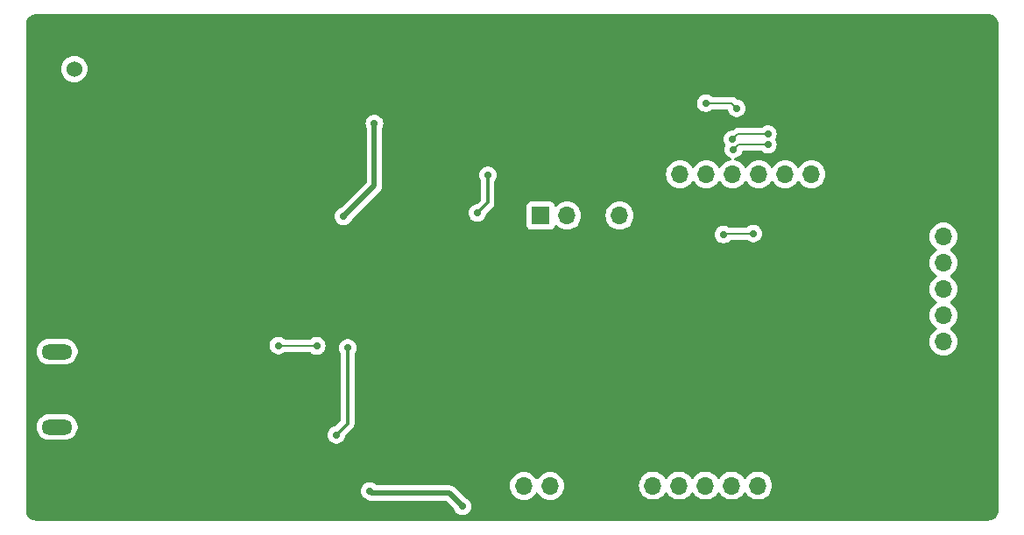
<source format=gbr>
%TF.GenerationSoftware,KiCad,Pcbnew,8.0.7*%
%TF.CreationDate,2025-02-09T15:31:53-05:00*%
%TF.ProjectId,ATTiny_416_Sensor_Board,41545469-6e79-45f3-9431-365f53656e73,rev?*%
%TF.SameCoordinates,Original*%
%TF.FileFunction,Copper,L2,Bot*%
%TF.FilePolarity,Positive*%
%FSLAX46Y46*%
G04 Gerber Fmt 4.6, Leading zero omitted, Abs format (unit mm)*
G04 Created by KiCad (PCBNEW 8.0.7) date 2025-02-09 15:31:53*
%MOMM*%
%LPD*%
G01*
G04 APERTURE LIST*
%TA.AperFunction,ComponentPad*%
%ADD10O,2.980000X1.490000*%
%TD*%
%TA.AperFunction,ComponentPad*%
%ADD11R,1.700000X1.700000*%
%TD*%
%TA.AperFunction,ComponentPad*%
%ADD12O,1.700000X1.700000*%
%TD*%
%TA.AperFunction,ComponentPad*%
%ADD13R,1.524000X1.524000*%
%TD*%
%TA.AperFunction,ComponentPad*%
%ADD14C,1.524000*%
%TD*%
%TA.AperFunction,ViaPad*%
%ADD15C,0.700000*%
%TD*%
%TA.AperFunction,Conductor*%
%ADD16C,0.500000*%
%TD*%
%TA.AperFunction,Conductor*%
%ADD17C,0.300000*%
%TD*%
%TA.AperFunction,Conductor*%
%ADD18C,0.200000*%
%TD*%
G04 APERTURE END LIST*
D10*
%TO.P,J2,SH3,SHIELD__2*%
%TO.N,unconnected-(J2-SHIELD__2-PadSH3)*%
X114042500Y-103624500D03*
%TO.P,J2,SH4,SHIELD__3*%
%TO.N,unconnected-(J2-SHIELD__3-PadSH4)*%
X114042500Y-110924500D03*
%TD*%
D11*
%TO.P,J5,1,Pin_1*%
%TO.N,GND*%
X164250000Y-116599500D03*
D12*
%TO.P,J5,2,Pin_2*%
%TO.N,ATTiny416_UART_RX*%
X161710000Y-116599500D03*
%TO.P,J5,3,Pin_3*%
%TO.N,ATTiny416_UART_TX*%
X159170000Y-116599500D03*
%TD*%
D11*
%TO.P,J3,1,Pin_1*%
%TO.N,GND*%
X171725000Y-86474500D03*
D12*
%TO.P,J3,2,Pin_2*%
%TO.N,ATTiny416_SPI_SS*%
X174265000Y-86474500D03*
%TO.P,J3,3,Pin_3*%
%TO.N,ATTiny416_SPI_CLK*%
X176805000Y-86474500D03*
%TO.P,J3,4,Pin_4*%
%TO.N,ATTiny416_SPI_MOSI*%
X179345000Y-86474500D03*
%TO.P,J3,5,Pin_5*%
%TO.N,ATTiny416_SPI_MISO*%
X181885000Y-86474500D03*
%TO.P,J3,6,Pin_6*%
%TO.N,Net-(J3-Pin_6)*%
X184425000Y-86474500D03*
%TO.P,J3,7,Pin_7*%
%TO.N,Net-(J3-Pin_7)*%
X186965000Y-86474500D03*
%TD*%
D11*
%TO.P,J1,1,Pin_1*%
%TO.N,unconnected-(J1-Pin_1-Pad1)*%
X160805000Y-90474500D03*
D12*
%TO.P,J1,2,Pin_2*%
%TO.N,+3.3V*%
X163345000Y-90474500D03*
%TO.P,J1,3,Pin_3*%
%TO.N,GND*%
X165885000Y-90474500D03*
%TO.P,J1,4,Pin_4*%
%TO.N,/ATTiny416/UPDI*%
X168425000Y-90474500D03*
%TD*%
D13*
%TO.P,J4,1,Pin_1*%
%TO.N,GND*%
X115725000Y-81374500D03*
D14*
%TO.P,J4,2,Pin_2*%
%TO.N,+30V*%
X115725000Y-76294500D03*
%TD*%
D11*
%TO.P,J6,1,Pin_1*%
%TO.N,GND*%
X199725000Y-105194500D03*
D12*
%TO.P,J6,2,Pin_2*%
%TO.N,ATTiny416_PB5*%
X199725000Y-102654500D03*
%TO.P,J6,3,Pin_3*%
%TO.N,ATTiny416_PB4*%
X199725000Y-100114500D03*
%TO.P,J6,4,Pin_4*%
%TO.N,ATTiny416_PB1*%
X199725000Y-97574500D03*
%TO.P,J6,5,Pin_5*%
%TO.N,ATTiny416_PB0*%
X199725000Y-95034500D03*
%TO.P,J6,6,Pin_6*%
%TO.N,+3.3V*%
X199725000Y-92494500D03*
%TD*%
D11*
%TO.P,J7,1,Pin_1*%
%TO.N,GND*%
X184345000Y-116574500D03*
D12*
%TO.P,J7,2,Pin_2*%
%TO.N,ATTiny416_PA7*%
X181805000Y-116574500D03*
%TO.P,J7,3,Pin_3*%
%TO.N,ATTiny416_PA6*%
X179265000Y-116574500D03*
%TO.P,J7,4,Pin_4*%
%TO.N,ATTiny416_PA5*%
X176725000Y-116574500D03*
%TO.P,J7,5,Pin_5*%
%TO.N,ATTiny416_PA4*%
X174185000Y-116574500D03*
%TO.P,J7,6,Pin_6*%
%TO.N,+3.3V*%
X171645000Y-116574500D03*
%TD*%
D15*
%TO.N,+3.3V*%
X153250000Y-118599500D03*
X144250000Y-117099500D03*
%TO.N,GND*%
X192025000Y-97474500D03*
X181225000Y-75674500D03*
X129142500Y-101374500D03*
X191575000Y-100324500D03*
X192025000Y-98874500D03*
X158725000Y-78224500D03*
X183725000Y-99874500D03*
X178000000Y-97299500D03*
X120642500Y-109674500D03*
X182725000Y-95674500D03*
X188325000Y-100474500D03*
X124542500Y-103674500D03*
X124342500Y-110174500D03*
X161725000Y-78224500D03*
X156225000Y-97564500D03*
X160225000Y-78224500D03*
X191125000Y-94974500D03*
X189925000Y-100474500D03*
X182025000Y-99874500D03*
X186725000Y-95274500D03*
X163225000Y-78224500D03*
X150225000Y-97564500D03*
X157225000Y-78224500D03*
X192025000Y-96074500D03*
X136375000Y-107854500D03*
X155725000Y-78224500D03*
X186875000Y-100324500D03*
X158975000Y-75724500D03*
X167050000Y-82699500D03*
X189525000Y-94974500D03*
X184025000Y-95574500D03*
X141242500Y-101774500D03*
X155725000Y-76974500D03*
X180750000Y-81099500D03*
X181230000Y-98724500D03*
X185325000Y-99874500D03*
X188125000Y-94974500D03*
X133942500Y-98474500D03*
X185425000Y-95574500D03*
X134742500Y-105574500D03*
X159975000Y-75724500D03*
X120642500Y-108874500D03*
X119842500Y-109674500D03*
X160975000Y-76974500D03*
X182125000Y-96274500D03*
%TO.N,+5V_USB*%
X141749750Y-90549750D03*
X144725000Y-81574500D03*
%TO.N,FT230_3V3OUT*%
X141042500Y-111674500D03*
X142142500Y-103274500D03*
%TO.N,/USB to UART Conversion/RX_LED*%
X135435460Y-103031836D03*
X139142500Y-103074500D03*
%TO.N,ATTiny416_SPI_MOSI*%
X182750000Y-83599500D03*
X179425000Y-84074500D03*
%TO.N,ATTiny416_SPI_CLK*%
X181350000Y-92199500D03*
X179325000Y-83099500D03*
X182750000Y-82599500D03*
X178450000Y-92299500D03*
%TO.N,Net-(J3-Pin_6)*%
X176750000Y-79599500D03*
X179750000Y-80099500D03*
%TO.N,/Power/IDEAL_CATHODE*%
X154675000Y-90225000D03*
X155675000Y-86574500D03*
%TO.N,GND*%
X118242500Y-109674500D03*
X119042500Y-109674500D03*
%TD*%
D16*
%TO.N,+5V_USB*%
X141749750Y-90549750D02*
X144725000Y-87574500D01*
X144725000Y-87574500D02*
X144725000Y-81574500D01*
%TO.N,+3.3V*%
X153250000Y-118599500D02*
X151950000Y-117299500D01*
X151950000Y-117299500D02*
X144450000Y-117299500D01*
X144450000Y-117299500D02*
X144250000Y-117099500D01*
D17*
%TO.N,FT230_3V3OUT*%
X142142500Y-110574500D02*
X141042500Y-111674500D01*
X142142500Y-103274500D02*
X142142500Y-110574500D01*
D18*
%TO.N,/USB to UART Conversion/RX_LED*%
X135478124Y-103074500D02*
X135435460Y-103031836D01*
X139142500Y-103074500D02*
X135478124Y-103074500D01*
%TO.N,ATTiny416_SPI_MOSI*%
X179900000Y-83599500D02*
X179425000Y-84074500D01*
X182750000Y-83599500D02*
X179900000Y-83599500D01*
%TO.N,ATTiny416_SPI_CLK*%
X178550000Y-92199500D02*
X181350000Y-92199500D01*
X178450000Y-92299500D02*
X178550000Y-92199500D01*
X179325000Y-83099500D02*
X179825000Y-82599500D01*
X179825000Y-82599500D02*
X182750000Y-82599500D01*
%TO.N,Net-(J3-Pin_6)*%
X179250000Y-79599500D02*
X179750000Y-80099500D01*
X176750000Y-79599500D02*
X179250000Y-79599500D01*
D17*
%TO.N,/Power/IDEAL_CATHODE*%
X155675000Y-89225000D02*
X154675000Y-90225000D01*
X155675000Y-86574500D02*
X155675000Y-89225000D01*
%TD*%
%TA.AperFunction,Conductor*%
%TO.N,GND*%
G36*
X204047894Y-70975472D02*
G01*
X204078221Y-70978125D01*
X204205255Y-70989239D01*
X204226535Y-70992991D01*
X204343688Y-71024382D01*
X204373869Y-71032469D01*
X204394181Y-71039862D01*
X204532415Y-71104322D01*
X204551133Y-71115129D01*
X204676082Y-71202619D01*
X204692640Y-71216513D01*
X204800486Y-71324359D01*
X204814380Y-71340917D01*
X204901870Y-71465866D01*
X204912677Y-71484584D01*
X204977137Y-71622818D01*
X204984530Y-71643130D01*
X205024007Y-71790461D01*
X205027760Y-71811746D01*
X205041528Y-71969105D01*
X205042000Y-71979913D01*
X205042000Y-118969086D01*
X205041528Y-118979894D01*
X205027760Y-119137253D01*
X205024007Y-119158538D01*
X204984530Y-119305869D01*
X204977137Y-119326181D01*
X204912677Y-119464415D01*
X204901870Y-119483133D01*
X204814380Y-119608082D01*
X204800486Y-119624640D01*
X204692640Y-119732486D01*
X204676082Y-119746380D01*
X204551133Y-119833870D01*
X204532415Y-119844677D01*
X204394181Y-119909137D01*
X204373869Y-119916530D01*
X204226538Y-119956007D01*
X204205253Y-119959760D01*
X204047895Y-119973528D01*
X204037087Y-119974000D01*
X112047913Y-119974000D01*
X112037105Y-119973528D01*
X111879746Y-119959760D01*
X111858461Y-119956007D01*
X111711130Y-119916530D01*
X111690818Y-119909137D01*
X111552584Y-119844677D01*
X111533866Y-119833870D01*
X111408917Y-119746380D01*
X111392359Y-119732486D01*
X111284513Y-119624640D01*
X111270619Y-119608082D01*
X111183129Y-119483133D01*
X111172322Y-119464415D01*
X111107862Y-119326181D01*
X111100469Y-119305869D01*
X111081486Y-119235023D01*
X111060991Y-119158535D01*
X111057239Y-119137252D01*
X111054169Y-119102165D01*
X111043472Y-118979893D01*
X111043000Y-118969086D01*
X111043000Y-117099500D01*
X143394815Y-117099500D01*
X143413503Y-117277305D01*
X143413504Y-117277307D01*
X143468747Y-117447329D01*
X143468750Y-117447335D01*
X143558141Y-117602165D01*
X143590401Y-117637993D01*
X143677764Y-117735021D01*
X143677767Y-117735023D01*
X143677770Y-117735026D01*
X143822407Y-117840112D01*
X143985733Y-117912829D01*
X144008357Y-117917637D01*
X144051463Y-117935824D01*
X144094505Y-117964584D01*
X144094506Y-117964584D01*
X144094507Y-117964585D01*
X144148148Y-117986804D01*
X144148149Y-117986804D01*
X144231088Y-118021159D01*
X144347241Y-118044263D01*
X144366468Y-118048087D01*
X144376081Y-118050000D01*
X144376082Y-118050000D01*
X144376083Y-118050000D01*
X144523918Y-118050000D01*
X151587770Y-118050000D01*
X151654809Y-118069685D01*
X151675451Y-118086319D01*
X152415105Y-118825973D01*
X152445355Y-118875335D01*
X152468748Y-118947331D01*
X152468750Y-118947335D01*
X152558141Y-119102165D01*
X152599466Y-119148061D01*
X152677764Y-119235021D01*
X152677767Y-119235023D01*
X152677770Y-119235026D01*
X152822407Y-119340112D01*
X152985733Y-119412829D01*
X153160609Y-119450000D01*
X153160610Y-119450000D01*
X153339389Y-119450000D01*
X153339391Y-119450000D01*
X153514267Y-119412829D01*
X153677593Y-119340112D01*
X153822230Y-119235026D01*
X153941859Y-119102165D01*
X154031250Y-118947335D01*
X154086497Y-118777303D01*
X154105185Y-118599500D01*
X154086497Y-118421697D01*
X154031250Y-118251665D01*
X153941859Y-118096835D01*
X153873719Y-118021158D01*
X153822235Y-117963978D01*
X153822232Y-117963976D01*
X153822231Y-117963975D01*
X153822230Y-117963974D01*
X153677593Y-117858888D01*
X153514267Y-117786171D01*
X153514265Y-117786170D01*
X153508330Y-117783528D01*
X153509106Y-117781784D01*
X153469175Y-117757308D01*
X152953584Y-117241717D01*
X152428416Y-116716548D01*
X152428415Y-116716547D01*
X152428413Y-116716545D01*
X152382099Y-116685601D01*
X152351222Y-116664970D01*
X152305495Y-116634416D01*
X152305494Y-116634415D01*
X152305492Y-116634414D01*
X152305490Y-116634413D01*
X152221200Y-116599499D01*
X157814341Y-116599499D01*
X157814341Y-116599500D01*
X157834936Y-116834903D01*
X157834938Y-116834913D01*
X157896094Y-117063155D01*
X157896096Y-117063159D01*
X157896097Y-117063163D01*
X157979358Y-117241717D01*
X157995965Y-117277330D01*
X157995967Y-117277334D01*
X158104281Y-117432021D01*
X158131505Y-117470901D01*
X158298599Y-117637995D01*
X158395384Y-117705765D01*
X158492165Y-117773532D01*
X158492167Y-117773533D01*
X158492170Y-117773535D01*
X158706337Y-117873403D01*
X158934592Y-117934563D01*
X159122918Y-117951039D01*
X159169999Y-117955159D01*
X159170000Y-117955159D01*
X159170001Y-117955159D01*
X159209234Y-117951726D01*
X159405408Y-117934563D01*
X159633663Y-117873403D01*
X159847830Y-117773535D01*
X160041401Y-117637995D01*
X160208495Y-117470901D01*
X160338425Y-117285342D01*
X160393002Y-117241717D01*
X160462500Y-117234523D01*
X160524855Y-117266046D01*
X160541575Y-117285342D01*
X160671500Y-117470895D01*
X160671505Y-117470901D01*
X160838599Y-117637995D01*
X160935384Y-117705765D01*
X161032165Y-117773532D01*
X161032167Y-117773533D01*
X161032170Y-117773535D01*
X161246337Y-117873403D01*
X161474592Y-117934563D01*
X161662918Y-117951039D01*
X161709999Y-117955159D01*
X161710000Y-117955159D01*
X161710001Y-117955159D01*
X161749234Y-117951726D01*
X161945408Y-117934563D01*
X162173663Y-117873403D01*
X162387830Y-117773535D01*
X162581401Y-117637995D01*
X162748495Y-117470901D01*
X162884035Y-117277330D01*
X162983903Y-117063163D01*
X163045063Y-116834908D01*
X163065659Y-116599500D01*
X163063472Y-116574499D01*
X170289341Y-116574499D01*
X170289341Y-116574500D01*
X170309936Y-116809903D01*
X170309938Y-116809913D01*
X170371094Y-117038155D01*
X170371096Y-117038159D01*
X170371097Y-117038163D01*
X170399699Y-117099500D01*
X170470965Y-117252330D01*
X170470967Y-117252334D01*
X170494080Y-117285342D01*
X170606505Y-117445901D01*
X170773599Y-117612995D01*
X170809300Y-117637993D01*
X170967165Y-117748532D01*
X170967167Y-117748533D01*
X170967170Y-117748535D01*
X171181337Y-117848403D01*
X171409592Y-117909563D01*
X171597918Y-117926039D01*
X171644999Y-117930159D01*
X171645000Y-117930159D01*
X171645001Y-117930159D01*
X171684234Y-117926726D01*
X171880408Y-117909563D01*
X172108663Y-117848403D01*
X172322830Y-117748535D01*
X172516401Y-117612995D01*
X172683495Y-117445901D01*
X172813425Y-117260342D01*
X172868002Y-117216717D01*
X172937500Y-117209523D01*
X172999855Y-117241046D01*
X173016575Y-117260342D01*
X173146500Y-117445895D01*
X173146505Y-117445901D01*
X173313599Y-117612995D01*
X173349300Y-117637993D01*
X173507165Y-117748532D01*
X173507167Y-117748533D01*
X173507170Y-117748535D01*
X173721337Y-117848403D01*
X173949592Y-117909563D01*
X174137918Y-117926039D01*
X174184999Y-117930159D01*
X174185000Y-117930159D01*
X174185001Y-117930159D01*
X174224234Y-117926726D01*
X174420408Y-117909563D01*
X174648663Y-117848403D01*
X174862830Y-117748535D01*
X175056401Y-117612995D01*
X175223495Y-117445901D01*
X175353425Y-117260342D01*
X175408002Y-117216717D01*
X175477500Y-117209523D01*
X175539855Y-117241046D01*
X175556575Y-117260342D01*
X175686500Y-117445895D01*
X175686505Y-117445901D01*
X175853599Y-117612995D01*
X175889300Y-117637993D01*
X176047165Y-117748532D01*
X176047167Y-117748533D01*
X176047170Y-117748535D01*
X176261337Y-117848403D01*
X176489592Y-117909563D01*
X176677918Y-117926039D01*
X176724999Y-117930159D01*
X176725000Y-117930159D01*
X176725001Y-117930159D01*
X176764234Y-117926726D01*
X176960408Y-117909563D01*
X177188663Y-117848403D01*
X177402830Y-117748535D01*
X177596401Y-117612995D01*
X177763495Y-117445901D01*
X177893425Y-117260342D01*
X177948002Y-117216717D01*
X178017500Y-117209523D01*
X178079855Y-117241046D01*
X178096575Y-117260342D01*
X178226500Y-117445895D01*
X178226505Y-117445901D01*
X178393599Y-117612995D01*
X178429300Y-117637993D01*
X178587165Y-117748532D01*
X178587167Y-117748533D01*
X178587170Y-117748535D01*
X178801337Y-117848403D01*
X179029592Y-117909563D01*
X179217918Y-117926039D01*
X179264999Y-117930159D01*
X179265000Y-117930159D01*
X179265001Y-117930159D01*
X179304234Y-117926726D01*
X179500408Y-117909563D01*
X179728663Y-117848403D01*
X179942830Y-117748535D01*
X180136401Y-117612995D01*
X180303495Y-117445901D01*
X180433425Y-117260342D01*
X180488002Y-117216717D01*
X180557500Y-117209523D01*
X180619855Y-117241046D01*
X180636575Y-117260342D01*
X180766500Y-117445895D01*
X180766505Y-117445901D01*
X180933599Y-117612995D01*
X180969300Y-117637993D01*
X181127165Y-117748532D01*
X181127167Y-117748533D01*
X181127170Y-117748535D01*
X181341337Y-117848403D01*
X181569592Y-117909563D01*
X181757918Y-117926039D01*
X181804999Y-117930159D01*
X181805000Y-117930159D01*
X181805001Y-117930159D01*
X181844234Y-117926726D01*
X182040408Y-117909563D01*
X182268663Y-117848403D01*
X182482830Y-117748535D01*
X182676401Y-117612995D01*
X182843495Y-117445901D01*
X182979035Y-117252330D01*
X183078903Y-117038163D01*
X183140063Y-116809908D01*
X183160659Y-116574500D01*
X183140063Y-116339092D01*
X183078903Y-116110837D01*
X182979035Y-115896671D01*
X182973425Y-115888658D01*
X182843494Y-115703097D01*
X182676402Y-115536006D01*
X182676395Y-115536001D01*
X182482834Y-115400467D01*
X182482830Y-115400465D01*
X182482828Y-115400464D01*
X182268663Y-115300597D01*
X182268659Y-115300596D01*
X182268655Y-115300594D01*
X182040413Y-115239438D01*
X182040403Y-115239436D01*
X181805001Y-115218841D01*
X181804999Y-115218841D01*
X181569596Y-115239436D01*
X181569586Y-115239438D01*
X181341344Y-115300594D01*
X181341335Y-115300598D01*
X181127171Y-115400464D01*
X181127169Y-115400465D01*
X180933597Y-115536005D01*
X180766505Y-115703097D01*
X180636575Y-115888658D01*
X180581998Y-115932283D01*
X180512500Y-115939477D01*
X180450145Y-115907954D01*
X180433425Y-115888658D01*
X180303494Y-115703097D01*
X180136402Y-115536006D01*
X180136395Y-115536001D01*
X179942834Y-115400467D01*
X179942830Y-115400465D01*
X179942828Y-115400464D01*
X179728663Y-115300597D01*
X179728659Y-115300596D01*
X179728655Y-115300594D01*
X179500413Y-115239438D01*
X179500403Y-115239436D01*
X179265001Y-115218841D01*
X179264999Y-115218841D01*
X179029596Y-115239436D01*
X179029586Y-115239438D01*
X178801344Y-115300594D01*
X178801335Y-115300598D01*
X178587171Y-115400464D01*
X178587169Y-115400465D01*
X178393597Y-115536005D01*
X178226505Y-115703097D01*
X178096575Y-115888658D01*
X178041998Y-115932283D01*
X177972500Y-115939477D01*
X177910145Y-115907954D01*
X177893425Y-115888658D01*
X177763494Y-115703097D01*
X177596402Y-115536006D01*
X177596395Y-115536001D01*
X177402834Y-115400467D01*
X177402830Y-115400465D01*
X177402828Y-115400464D01*
X177188663Y-115300597D01*
X177188659Y-115300596D01*
X177188655Y-115300594D01*
X176960413Y-115239438D01*
X176960403Y-115239436D01*
X176725001Y-115218841D01*
X176724999Y-115218841D01*
X176489596Y-115239436D01*
X176489586Y-115239438D01*
X176261344Y-115300594D01*
X176261335Y-115300598D01*
X176047171Y-115400464D01*
X176047169Y-115400465D01*
X175853597Y-115536005D01*
X175686505Y-115703097D01*
X175556575Y-115888658D01*
X175501998Y-115932283D01*
X175432500Y-115939477D01*
X175370145Y-115907954D01*
X175353425Y-115888658D01*
X175223494Y-115703097D01*
X175056402Y-115536006D01*
X175056395Y-115536001D01*
X174862834Y-115400467D01*
X174862830Y-115400465D01*
X174862828Y-115400464D01*
X174648663Y-115300597D01*
X174648659Y-115300596D01*
X174648655Y-115300594D01*
X174420413Y-115239438D01*
X174420403Y-115239436D01*
X174185001Y-115218841D01*
X174184999Y-115218841D01*
X173949596Y-115239436D01*
X173949586Y-115239438D01*
X173721344Y-115300594D01*
X173721335Y-115300598D01*
X173507171Y-115400464D01*
X173507169Y-115400465D01*
X173313597Y-115536005D01*
X173146505Y-115703097D01*
X173016575Y-115888658D01*
X172961998Y-115932283D01*
X172892500Y-115939477D01*
X172830145Y-115907954D01*
X172813425Y-115888658D01*
X172683494Y-115703097D01*
X172516402Y-115536006D01*
X172516395Y-115536001D01*
X172322834Y-115400467D01*
X172322830Y-115400465D01*
X172322828Y-115400464D01*
X172108663Y-115300597D01*
X172108659Y-115300596D01*
X172108655Y-115300594D01*
X171880413Y-115239438D01*
X171880403Y-115239436D01*
X171645001Y-115218841D01*
X171644999Y-115218841D01*
X171409596Y-115239436D01*
X171409586Y-115239438D01*
X171181344Y-115300594D01*
X171181335Y-115300598D01*
X170967171Y-115400464D01*
X170967169Y-115400465D01*
X170773597Y-115536005D01*
X170606505Y-115703097D01*
X170470965Y-115896669D01*
X170470964Y-115896671D01*
X170371098Y-116110835D01*
X170371094Y-116110844D01*
X170309938Y-116339086D01*
X170309936Y-116339096D01*
X170289341Y-116574499D01*
X163063472Y-116574499D01*
X163045063Y-116364092D01*
X162983903Y-116135837D01*
X162884035Y-115921671D01*
X162878425Y-115913658D01*
X162748494Y-115728097D01*
X162581402Y-115561006D01*
X162581395Y-115561001D01*
X162387834Y-115425467D01*
X162387830Y-115425465D01*
X162387828Y-115425464D01*
X162173663Y-115325597D01*
X162173659Y-115325596D01*
X162173655Y-115325594D01*
X161945413Y-115264438D01*
X161945403Y-115264436D01*
X161710001Y-115243841D01*
X161709999Y-115243841D01*
X161474596Y-115264436D01*
X161474586Y-115264438D01*
X161246344Y-115325594D01*
X161246335Y-115325598D01*
X161032171Y-115425464D01*
X161032169Y-115425465D01*
X160838597Y-115561005D01*
X160671505Y-115728097D01*
X160541575Y-115913658D01*
X160486998Y-115957283D01*
X160417500Y-115964477D01*
X160355145Y-115932954D01*
X160338425Y-115913658D01*
X160208494Y-115728097D01*
X160041402Y-115561006D01*
X160041395Y-115561001D01*
X159847834Y-115425467D01*
X159847830Y-115425465D01*
X159847828Y-115425464D01*
X159633663Y-115325597D01*
X159633659Y-115325596D01*
X159633655Y-115325594D01*
X159405413Y-115264438D01*
X159405403Y-115264436D01*
X159170001Y-115243841D01*
X159169999Y-115243841D01*
X158934596Y-115264436D01*
X158934586Y-115264438D01*
X158706344Y-115325594D01*
X158706335Y-115325598D01*
X158492171Y-115425464D01*
X158492169Y-115425465D01*
X158298597Y-115561005D01*
X158131505Y-115728097D01*
X157995965Y-115921669D01*
X157995964Y-115921671D01*
X157896098Y-116135835D01*
X157896094Y-116135844D01*
X157834938Y-116364086D01*
X157834936Y-116364096D01*
X157814341Y-116599499D01*
X152221200Y-116599499D01*
X152168917Y-116577843D01*
X152168907Y-116577840D01*
X152023920Y-116549000D01*
X152023918Y-116549000D01*
X144953997Y-116549000D01*
X144886958Y-116529315D01*
X144861847Y-116507972D01*
X144822235Y-116463978D01*
X144822232Y-116463976D01*
X144822231Y-116463975D01*
X144822230Y-116463974D01*
X144677593Y-116358888D01*
X144514267Y-116286171D01*
X144514265Y-116286170D01*
X144386594Y-116259033D01*
X144339391Y-116249000D01*
X144160609Y-116249000D01*
X144129954Y-116255515D01*
X143985733Y-116286170D01*
X143985728Y-116286172D01*
X143822408Y-116358887D01*
X143677768Y-116463975D01*
X143558140Y-116596836D01*
X143468750Y-116751664D01*
X143468747Y-116751670D01*
X143413504Y-116921692D01*
X143413503Y-116921694D01*
X143394815Y-117099500D01*
X111043000Y-117099500D01*
X111043000Y-110826477D01*
X112052000Y-110826477D01*
X112052000Y-111022522D01*
X112082669Y-111216156D01*
X112143248Y-111402603D01*
X112143249Y-111402606D01*
X112232255Y-111577287D01*
X112347480Y-111735882D01*
X112347484Y-111735887D01*
X112486112Y-111874515D01*
X112486117Y-111874519D01*
X112624453Y-111975025D01*
X112644716Y-111989747D01*
X112758904Y-112047928D01*
X112819393Y-112078750D01*
X112819396Y-112078751D01*
X112912619Y-112109040D01*
X113005845Y-112139331D01*
X113199477Y-112170000D01*
X113199478Y-112170000D01*
X114885522Y-112170000D01*
X114885523Y-112170000D01*
X115079155Y-112139331D01*
X115265606Y-112078750D01*
X115440284Y-111989747D01*
X115598889Y-111874514D01*
X115737514Y-111735889D01*
X115782116Y-111674500D01*
X140187315Y-111674500D01*
X140206003Y-111852305D01*
X140206004Y-111852307D01*
X140261247Y-112022329D01*
X140261250Y-112022335D01*
X140350641Y-112177165D01*
X140392312Y-112223446D01*
X140470264Y-112310021D01*
X140470267Y-112310023D01*
X140470270Y-112310026D01*
X140614907Y-112415112D01*
X140778233Y-112487829D01*
X140953109Y-112525000D01*
X140953110Y-112525000D01*
X141131889Y-112525000D01*
X141131891Y-112525000D01*
X141306767Y-112487829D01*
X141470093Y-112415112D01*
X141614730Y-112310026D01*
X141734359Y-112177165D01*
X141823750Y-112022335D01*
X141878997Y-111852303D01*
X141885488Y-111790536D01*
X141912071Y-111725923D01*
X141921119Y-111715826D01*
X142647777Y-110989169D01*
X142718965Y-110882627D01*
X142768001Y-110764244D01*
X142793000Y-110638569D01*
X142793000Y-103870697D01*
X142812685Y-103803658D01*
X142824852Y-103787723D01*
X142834359Y-103777165D01*
X142923750Y-103622335D01*
X142978997Y-103452303D01*
X142997685Y-103274500D01*
X142978997Y-103096697D01*
X142923750Y-102926665D01*
X142834359Y-102771835D01*
X142787503Y-102719796D01*
X142714735Y-102638978D01*
X142714732Y-102638976D01*
X142714731Y-102638975D01*
X142714730Y-102638974D01*
X142570093Y-102533888D01*
X142406767Y-102461171D01*
X142406765Y-102461170D01*
X142274106Y-102432973D01*
X142231891Y-102424000D01*
X142053109Y-102424000D01*
X142022454Y-102430515D01*
X141878233Y-102461170D01*
X141878228Y-102461172D01*
X141714908Y-102533887D01*
X141570268Y-102638975D01*
X141450640Y-102771836D01*
X141361250Y-102926664D01*
X141361247Y-102926670D01*
X141306004Y-103096692D01*
X141306003Y-103096694D01*
X141287315Y-103274500D01*
X141306003Y-103452305D01*
X141306004Y-103452307D01*
X141361247Y-103622329D01*
X141361250Y-103622335D01*
X141450641Y-103777165D01*
X141460148Y-103787723D01*
X141490379Y-103850713D01*
X141492000Y-103870697D01*
X141492000Y-110253692D01*
X141472315Y-110320731D01*
X141455681Y-110341373D01*
X141004409Y-110792644D01*
X140943086Y-110826129D01*
X140942509Y-110826253D01*
X140778233Y-110861170D01*
X140778228Y-110861172D01*
X140614908Y-110933887D01*
X140470268Y-111038975D01*
X140350640Y-111171836D01*
X140261250Y-111326664D01*
X140261247Y-111326670D01*
X140206004Y-111496692D01*
X140206003Y-111496694D01*
X140187315Y-111674500D01*
X115782116Y-111674500D01*
X115852747Y-111577284D01*
X115941750Y-111402606D01*
X116002331Y-111216155D01*
X116033000Y-111022523D01*
X116033000Y-110826477D01*
X116002331Y-110632845D01*
X115941750Y-110446394D01*
X115941750Y-110446393D01*
X115877721Y-110320731D01*
X115852747Y-110271716D01*
X115838025Y-110251453D01*
X115737519Y-110113117D01*
X115737515Y-110113112D01*
X115598887Y-109974484D01*
X115598882Y-109974480D01*
X115440287Y-109859255D01*
X115440286Y-109859254D01*
X115440284Y-109859253D01*
X115384321Y-109830738D01*
X115265606Y-109770249D01*
X115265603Y-109770248D01*
X115079156Y-109709669D01*
X114982339Y-109694334D01*
X114885523Y-109679000D01*
X113199477Y-109679000D01*
X113134933Y-109689223D01*
X113005843Y-109709669D01*
X112819396Y-109770248D01*
X112819393Y-109770249D01*
X112644712Y-109859255D01*
X112486117Y-109974480D01*
X112486112Y-109974484D01*
X112347484Y-110113112D01*
X112347480Y-110113117D01*
X112232255Y-110271712D01*
X112143249Y-110446393D01*
X112143248Y-110446396D01*
X112082669Y-110632843D01*
X112052000Y-110826477D01*
X111043000Y-110826477D01*
X111043000Y-103526477D01*
X112052000Y-103526477D01*
X112052000Y-103722522D01*
X112082669Y-103916156D01*
X112143248Y-104102603D01*
X112143249Y-104102606D01*
X112232255Y-104277287D01*
X112347480Y-104435882D01*
X112347484Y-104435887D01*
X112486112Y-104574515D01*
X112486117Y-104574519D01*
X112624453Y-104675025D01*
X112644716Y-104689747D01*
X112758904Y-104747928D01*
X112819393Y-104778750D01*
X112819396Y-104778751D01*
X112912619Y-104809040D01*
X113005845Y-104839331D01*
X113199477Y-104870000D01*
X113199478Y-104870000D01*
X114885522Y-104870000D01*
X114885523Y-104870000D01*
X115079155Y-104839331D01*
X115265606Y-104778750D01*
X115440284Y-104689747D01*
X115598889Y-104574514D01*
X115737514Y-104435889D01*
X115852747Y-104277284D01*
X115941750Y-104102606D01*
X116002331Y-103916155D01*
X116033000Y-103722523D01*
X116033000Y-103526477D01*
X116002331Y-103332845D01*
X115941750Y-103146394D01*
X115941750Y-103146393D01*
X115905118Y-103074500D01*
X115883380Y-103031836D01*
X134580275Y-103031836D01*
X134598963Y-103209641D01*
X134598964Y-103209643D01*
X134654207Y-103379665D01*
X134654210Y-103379671D01*
X134743601Y-103534501D01*
X134782014Y-103577163D01*
X134863224Y-103667357D01*
X134863227Y-103667359D01*
X134863230Y-103667362D01*
X135007867Y-103772448D01*
X135171193Y-103845165D01*
X135346069Y-103882336D01*
X135346070Y-103882336D01*
X135524849Y-103882336D01*
X135524851Y-103882336D01*
X135699727Y-103845165D01*
X135863053Y-103772448D01*
X135964582Y-103698682D01*
X136030388Y-103675202D01*
X136037468Y-103675000D01*
X138483771Y-103675000D01*
X138550810Y-103694685D01*
X138566745Y-103706851D01*
X138570266Y-103710021D01*
X138570270Y-103710026D01*
X138714907Y-103815112D01*
X138878233Y-103887829D01*
X139053109Y-103925000D01*
X139053110Y-103925000D01*
X139231889Y-103925000D01*
X139231891Y-103925000D01*
X139406767Y-103887829D01*
X139570093Y-103815112D01*
X139714730Y-103710026D01*
X139724945Y-103698682D01*
X139753145Y-103667362D01*
X139834359Y-103577165D01*
X139923750Y-103422335D01*
X139978997Y-103252303D01*
X139997685Y-103074500D01*
X139978997Y-102896697D01*
X139923750Y-102726665D01*
X139834359Y-102571835D01*
X139746268Y-102474000D01*
X139714735Y-102438978D01*
X139714732Y-102438976D01*
X139714731Y-102438975D01*
X139714730Y-102438974D01*
X139570093Y-102333888D01*
X139406767Y-102261171D01*
X139406765Y-102261170D01*
X139279094Y-102234033D01*
X139231891Y-102224000D01*
X139053109Y-102224000D01*
X139022454Y-102230515D01*
X138878233Y-102261170D01*
X138878228Y-102261172D01*
X138714908Y-102333887D01*
X138570272Y-102438972D01*
X138566745Y-102442149D01*
X138503753Y-102472379D01*
X138483771Y-102474000D01*
X136132851Y-102474000D01*
X136065812Y-102454315D01*
X136040702Y-102432973D01*
X136007691Y-102396311D01*
X135921776Y-102333889D01*
X135863053Y-102291224D01*
X135699727Y-102218507D01*
X135699725Y-102218506D01*
X135569540Y-102190835D01*
X135524851Y-102181336D01*
X135346069Y-102181336D01*
X135315414Y-102187851D01*
X135171193Y-102218506D01*
X135171188Y-102218508D01*
X135007868Y-102291223D01*
X134863228Y-102396311D01*
X134743600Y-102529172D01*
X134654210Y-102684000D01*
X134654207Y-102684006D01*
X134598964Y-102854028D01*
X134598963Y-102854030D01*
X134580275Y-103031836D01*
X115883380Y-103031836D01*
X115852747Y-102971716D01*
X115798243Y-102896697D01*
X115737519Y-102813117D01*
X115737515Y-102813112D01*
X115598887Y-102674484D01*
X115598882Y-102674480D01*
X115440287Y-102559255D01*
X115440286Y-102559254D01*
X115440284Y-102559253D01*
X115381245Y-102529171D01*
X115265606Y-102470249D01*
X115265603Y-102470248D01*
X115079156Y-102409669D01*
X114982339Y-102394334D01*
X114885523Y-102379000D01*
X113199477Y-102379000D01*
X113134933Y-102389223D01*
X113005843Y-102409669D01*
X112819396Y-102470248D01*
X112819393Y-102470249D01*
X112644712Y-102559255D01*
X112486117Y-102674480D01*
X112486112Y-102674484D01*
X112347484Y-102813112D01*
X112347480Y-102813117D01*
X112232255Y-102971712D01*
X112143249Y-103146393D01*
X112143248Y-103146396D01*
X112082669Y-103332843D01*
X112052000Y-103526477D01*
X111043000Y-103526477D01*
X111043000Y-92299500D01*
X177594815Y-92299500D01*
X177613503Y-92477305D01*
X177613504Y-92477307D01*
X177668747Y-92647329D01*
X177668750Y-92647335D01*
X177758141Y-92802165D01*
X177787730Y-92835027D01*
X177877764Y-92935021D01*
X177877767Y-92935023D01*
X177877770Y-92935026D01*
X178022407Y-93040112D01*
X178185733Y-93112829D01*
X178360609Y-93150000D01*
X178360610Y-93150000D01*
X178539389Y-93150000D01*
X178539391Y-93150000D01*
X178714267Y-93112829D01*
X178877593Y-93040112D01*
X179022230Y-92935026D01*
X179022235Y-92935021D01*
X179106867Y-92841028D01*
X179166354Y-92804379D01*
X179199017Y-92800000D01*
X180691271Y-92800000D01*
X180758310Y-92819685D01*
X180774245Y-92831851D01*
X180777766Y-92835021D01*
X180777770Y-92835026D01*
X180922407Y-92940112D01*
X181085733Y-93012829D01*
X181260609Y-93050000D01*
X181260610Y-93050000D01*
X181439389Y-93050000D01*
X181439391Y-93050000D01*
X181614267Y-93012829D01*
X181777593Y-92940112D01*
X181922230Y-92835026D01*
X182041859Y-92702165D01*
X182131250Y-92547335D01*
X182148418Y-92494499D01*
X198369341Y-92494499D01*
X198369341Y-92494500D01*
X198389936Y-92729903D01*
X198389938Y-92729913D01*
X198451094Y-92958155D01*
X198451096Y-92958159D01*
X198451097Y-92958163D01*
X198523219Y-93112829D01*
X198550965Y-93172330D01*
X198550967Y-93172334D01*
X198686501Y-93365895D01*
X198686506Y-93365902D01*
X198853597Y-93532993D01*
X198853603Y-93532998D01*
X199039158Y-93662925D01*
X199082783Y-93717502D01*
X199089977Y-93787000D01*
X199058454Y-93849355D01*
X199039158Y-93866075D01*
X198853597Y-93996005D01*
X198686505Y-94163097D01*
X198550965Y-94356669D01*
X198550964Y-94356671D01*
X198451098Y-94570835D01*
X198451094Y-94570844D01*
X198389938Y-94799086D01*
X198389936Y-94799096D01*
X198369341Y-95034499D01*
X198369341Y-95034500D01*
X198389936Y-95269903D01*
X198389938Y-95269913D01*
X198451094Y-95498155D01*
X198451096Y-95498159D01*
X198451097Y-95498163D01*
X198550965Y-95712330D01*
X198550967Y-95712334D01*
X198686501Y-95905895D01*
X198686506Y-95905902D01*
X198853597Y-96072993D01*
X198853603Y-96072998D01*
X199039158Y-96202925D01*
X199082783Y-96257502D01*
X199089977Y-96327000D01*
X199058454Y-96389355D01*
X199039158Y-96406075D01*
X198853597Y-96536005D01*
X198686505Y-96703097D01*
X198550965Y-96896669D01*
X198550964Y-96896671D01*
X198451098Y-97110835D01*
X198451094Y-97110844D01*
X198389938Y-97339086D01*
X198389936Y-97339096D01*
X198369341Y-97574499D01*
X198369341Y-97574500D01*
X198389936Y-97809903D01*
X198389938Y-97809913D01*
X198451094Y-98038155D01*
X198451096Y-98038159D01*
X198451097Y-98038163D01*
X198550965Y-98252330D01*
X198550967Y-98252334D01*
X198686501Y-98445895D01*
X198686506Y-98445902D01*
X198853597Y-98612993D01*
X198853603Y-98612998D01*
X199039158Y-98742925D01*
X199082783Y-98797502D01*
X199089977Y-98867000D01*
X199058454Y-98929355D01*
X199039158Y-98946075D01*
X198853597Y-99076005D01*
X198686505Y-99243097D01*
X198550965Y-99436669D01*
X198550964Y-99436671D01*
X198451098Y-99650835D01*
X198451094Y-99650844D01*
X198389938Y-99879086D01*
X198389936Y-99879096D01*
X198369341Y-100114499D01*
X198369341Y-100114500D01*
X198389936Y-100349903D01*
X198389938Y-100349913D01*
X198451094Y-100578155D01*
X198451096Y-100578159D01*
X198451097Y-100578163D01*
X198550965Y-100792330D01*
X198550967Y-100792334D01*
X198686501Y-100985895D01*
X198686506Y-100985902D01*
X198853597Y-101152993D01*
X198853603Y-101152998D01*
X199039158Y-101282925D01*
X199082783Y-101337502D01*
X199089977Y-101407000D01*
X199058454Y-101469355D01*
X199039158Y-101486075D01*
X198853597Y-101616005D01*
X198686505Y-101783097D01*
X198550965Y-101976669D01*
X198550964Y-101976671D01*
X198451098Y-102190835D01*
X198451094Y-102190844D01*
X198389938Y-102419086D01*
X198389936Y-102419096D01*
X198369341Y-102654499D01*
X198369341Y-102654500D01*
X198389936Y-102889903D01*
X198389938Y-102889913D01*
X198451094Y-103118155D01*
X198451096Y-103118159D01*
X198451097Y-103118163D01*
X198493753Y-103209639D01*
X198550965Y-103332330D01*
X198550967Y-103332334D01*
X198613983Y-103422329D01*
X198686505Y-103525901D01*
X198853599Y-103692995D01*
X198950384Y-103760765D01*
X199047165Y-103828532D01*
X199047167Y-103828533D01*
X199047170Y-103828535D01*
X199261337Y-103928403D01*
X199489592Y-103989563D01*
X199677918Y-104006039D01*
X199724999Y-104010159D01*
X199725000Y-104010159D01*
X199725001Y-104010159D01*
X199764234Y-104006726D01*
X199960408Y-103989563D01*
X200188663Y-103928403D01*
X200402830Y-103828535D01*
X200596401Y-103692995D01*
X200763495Y-103525901D01*
X200899035Y-103332330D01*
X200998903Y-103118163D01*
X201060063Y-102889908D01*
X201080659Y-102654500D01*
X201060063Y-102419092D01*
X200998903Y-102190837D01*
X200899035Y-101976671D01*
X200763495Y-101783099D01*
X200763494Y-101783097D01*
X200596402Y-101616006D01*
X200596396Y-101616001D01*
X200410842Y-101486075D01*
X200367217Y-101431498D01*
X200360023Y-101362000D01*
X200391546Y-101299645D01*
X200410842Y-101282925D01*
X200433026Y-101267391D01*
X200596401Y-101152995D01*
X200763495Y-100985901D01*
X200899035Y-100792330D01*
X200998903Y-100578163D01*
X201060063Y-100349908D01*
X201080659Y-100114500D01*
X201060063Y-99879092D01*
X200998903Y-99650837D01*
X200899035Y-99436671D01*
X200763495Y-99243099D01*
X200763494Y-99243097D01*
X200596402Y-99076006D01*
X200596396Y-99076001D01*
X200410842Y-98946075D01*
X200367217Y-98891498D01*
X200360023Y-98822000D01*
X200391546Y-98759645D01*
X200410842Y-98742925D01*
X200433026Y-98727391D01*
X200596401Y-98612995D01*
X200763495Y-98445901D01*
X200899035Y-98252330D01*
X200998903Y-98038163D01*
X201060063Y-97809908D01*
X201080659Y-97574500D01*
X201060063Y-97339092D01*
X200998903Y-97110837D01*
X200899035Y-96896671D01*
X200763495Y-96703099D01*
X200763494Y-96703097D01*
X200596402Y-96536006D01*
X200596396Y-96536001D01*
X200410842Y-96406075D01*
X200367217Y-96351498D01*
X200360023Y-96282000D01*
X200391546Y-96219645D01*
X200410842Y-96202925D01*
X200433026Y-96187391D01*
X200596401Y-96072995D01*
X200763495Y-95905901D01*
X200899035Y-95712330D01*
X200998903Y-95498163D01*
X201060063Y-95269908D01*
X201080659Y-95034500D01*
X201060063Y-94799092D01*
X200998903Y-94570837D01*
X200899035Y-94356671D01*
X200763495Y-94163099D01*
X200763494Y-94163097D01*
X200596402Y-93996006D01*
X200596396Y-93996001D01*
X200410842Y-93866075D01*
X200367217Y-93811498D01*
X200360023Y-93742000D01*
X200391546Y-93679645D01*
X200410842Y-93662925D01*
X200433026Y-93647391D01*
X200596401Y-93532995D01*
X200763495Y-93365901D01*
X200899035Y-93172330D01*
X200998903Y-92958163D01*
X201060063Y-92729908D01*
X201080659Y-92494500D01*
X201060063Y-92259092D01*
X200998903Y-92030837D01*
X200899035Y-91816671D01*
X200885147Y-91796836D01*
X200763494Y-91623097D01*
X200596402Y-91456006D01*
X200596395Y-91456001D01*
X200402834Y-91320467D01*
X200402830Y-91320465D01*
X200338274Y-91290362D01*
X200188663Y-91220597D01*
X200188659Y-91220596D01*
X200188655Y-91220594D01*
X199960413Y-91159438D01*
X199960403Y-91159436D01*
X199725001Y-91138841D01*
X199724999Y-91138841D01*
X199489596Y-91159436D01*
X199489586Y-91159438D01*
X199261344Y-91220594D01*
X199261335Y-91220598D01*
X199047171Y-91320464D01*
X199047169Y-91320465D01*
X198853597Y-91456005D01*
X198686505Y-91623097D01*
X198550965Y-91816669D01*
X198550964Y-91816671D01*
X198488013Y-91951670D01*
X198455361Y-92021694D01*
X198451098Y-92030835D01*
X198451094Y-92030844D01*
X198389938Y-92259086D01*
X198389936Y-92259096D01*
X198369341Y-92494499D01*
X182148418Y-92494499D01*
X182186497Y-92377303D01*
X182205185Y-92199500D01*
X182186497Y-92021697D01*
X182131250Y-91851665D01*
X182041859Y-91696835D01*
X181953768Y-91599000D01*
X181922235Y-91563978D01*
X181922232Y-91563976D01*
X181922231Y-91563975D01*
X181922230Y-91563974D01*
X181777593Y-91458888D01*
X181614267Y-91386171D01*
X181614265Y-91386170D01*
X181467929Y-91355066D01*
X181439391Y-91349000D01*
X181260609Y-91349000D01*
X181232071Y-91355066D01*
X181085733Y-91386170D01*
X181085728Y-91386172D01*
X180922408Y-91458887D01*
X180777772Y-91563972D01*
X180774245Y-91567149D01*
X180711253Y-91597379D01*
X180691271Y-91599000D01*
X178973093Y-91599000D01*
X178906054Y-91579315D01*
X178900208Y-91575318D01*
X178877597Y-91558890D01*
X178877593Y-91558888D01*
X178714267Y-91486171D01*
X178714265Y-91486170D01*
X178585906Y-91458887D01*
X178539391Y-91449000D01*
X178360609Y-91449000D01*
X178329954Y-91455515D01*
X178185733Y-91486170D01*
X178185728Y-91486172D01*
X178022408Y-91558887D01*
X177877768Y-91663975D01*
X177758140Y-91796836D01*
X177668750Y-91951664D01*
X177668747Y-91951670D01*
X177613504Y-92121692D01*
X177613503Y-92121694D01*
X177594815Y-92299500D01*
X111043000Y-92299500D01*
X111043000Y-90549750D01*
X140894565Y-90549750D01*
X140913253Y-90727555D01*
X140913254Y-90727557D01*
X140968497Y-90897579D01*
X140968500Y-90897585D01*
X141057891Y-91052415D01*
X141078677Y-91075500D01*
X141177514Y-91185271D01*
X141177517Y-91185273D01*
X141177520Y-91185276D01*
X141322157Y-91290362D01*
X141485483Y-91363079D01*
X141660359Y-91400250D01*
X141660360Y-91400250D01*
X141839139Y-91400250D01*
X141839141Y-91400250D01*
X142014017Y-91363079D01*
X142177343Y-91290362D01*
X142321980Y-91185276D01*
X142441609Y-91052415D01*
X142531000Y-90897585D01*
X142554394Y-90825584D01*
X142584640Y-90776226D01*
X143135866Y-90225000D01*
X153819815Y-90225000D01*
X153838503Y-90402805D01*
X153838504Y-90402807D01*
X153893747Y-90572829D01*
X153893750Y-90572835D01*
X153983141Y-90727665D01*
X154024812Y-90773946D01*
X154102764Y-90860521D01*
X154102767Y-90860523D01*
X154102770Y-90860526D01*
X154247407Y-90965612D01*
X154410733Y-91038329D01*
X154585609Y-91075500D01*
X154585610Y-91075500D01*
X154764389Y-91075500D01*
X154764391Y-91075500D01*
X154939267Y-91038329D01*
X155102593Y-90965612D01*
X155247230Y-90860526D01*
X155366859Y-90727665D01*
X155456250Y-90572835D01*
X155511497Y-90402803D01*
X155517988Y-90341036D01*
X155544571Y-90276423D01*
X155553618Y-90266326D01*
X156180277Y-89639669D01*
X156222395Y-89576635D01*
X159454500Y-89576635D01*
X159454500Y-91372370D01*
X159454501Y-91372376D01*
X159460908Y-91431983D01*
X159511202Y-91566828D01*
X159511206Y-91566835D01*
X159597452Y-91682044D01*
X159597455Y-91682047D01*
X159712664Y-91768293D01*
X159712671Y-91768297D01*
X159847517Y-91818591D01*
X159847516Y-91818591D01*
X159854444Y-91819335D01*
X159907127Y-91825000D01*
X161702872Y-91824999D01*
X161762483Y-91818591D01*
X161897331Y-91768296D01*
X162012546Y-91682046D01*
X162098796Y-91566831D01*
X162147810Y-91435416D01*
X162189681Y-91379484D01*
X162255145Y-91355066D01*
X162323418Y-91369917D01*
X162351673Y-91391069D01*
X162473599Y-91512995D01*
X162550939Y-91567149D01*
X162667165Y-91648532D01*
X162667167Y-91648533D01*
X162667170Y-91648535D01*
X162881337Y-91748403D01*
X163109592Y-91809563D01*
X163286034Y-91825000D01*
X163344999Y-91830159D01*
X163345000Y-91830159D01*
X163345001Y-91830159D01*
X163403966Y-91825000D01*
X163580408Y-91809563D01*
X163808663Y-91748403D01*
X164022830Y-91648535D01*
X164216401Y-91512995D01*
X164383495Y-91345901D01*
X164519035Y-91152330D01*
X164618903Y-90938163D01*
X164680063Y-90709908D01*
X164700659Y-90474500D01*
X164700659Y-90474499D01*
X167069341Y-90474499D01*
X167069341Y-90474500D01*
X167089936Y-90709903D01*
X167089938Y-90709913D01*
X167151094Y-90938155D01*
X167151096Y-90938159D01*
X167151097Y-90938163D01*
X167235499Y-91119164D01*
X167250965Y-91152330D01*
X167250967Y-91152334D01*
X167347615Y-91290360D01*
X167386505Y-91345901D01*
X167553599Y-91512995D01*
X167630939Y-91567149D01*
X167747165Y-91648532D01*
X167747167Y-91648533D01*
X167747170Y-91648535D01*
X167961337Y-91748403D01*
X168189592Y-91809563D01*
X168366034Y-91825000D01*
X168424999Y-91830159D01*
X168425000Y-91830159D01*
X168425001Y-91830159D01*
X168483966Y-91825000D01*
X168660408Y-91809563D01*
X168888663Y-91748403D01*
X169102830Y-91648535D01*
X169296401Y-91512995D01*
X169463495Y-91345901D01*
X169599035Y-91152330D01*
X169698903Y-90938163D01*
X169760063Y-90709908D01*
X169780659Y-90474500D01*
X169760063Y-90239092D01*
X169698903Y-90010837D01*
X169599035Y-89796671D01*
X169553780Y-89732039D01*
X169463494Y-89603097D01*
X169296402Y-89436006D01*
X169296395Y-89436001D01*
X169102834Y-89300467D01*
X169102830Y-89300465D01*
X169102828Y-89300464D01*
X168888663Y-89200597D01*
X168888659Y-89200596D01*
X168888655Y-89200594D01*
X168660413Y-89139438D01*
X168660403Y-89139436D01*
X168425001Y-89118841D01*
X168424999Y-89118841D01*
X168189596Y-89139436D01*
X168189586Y-89139438D01*
X167961344Y-89200594D01*
X167961335Y-89200598D01*
X167747171Y-89300464D01*
X167747169Y-89300465D01*
X167553597Y-89436005D01*
X167386505Y-89603097D01*
X167250965Y-89796669D01*
X167250964Y-89796671D01*
X167151098Y-90010835D01*
X167151094Y-90010844D01*
X167089938Y-90239086D01*
X167089936Y-90239096D01*
X167069341Y-90474499D01*
X164700659Y-90474499D01*
X164680063Y-90239092D01*
X164618903Y-90010837D01*
X164519035Y-89796671D01*
X164473780Y-89732039D01*
X164383494Y-89603097D01*
X164216402Y-89436006D01*
X164216395Y-89436001D01*
X164022834Y-89300467D01*
X164022830Y-89300465D01*
X164022828Y-89300464D01*
X163808663Y-89200597D01*
X163808659Y-89200596D01*
X163808655Y-89200594D01*
X163580413Y-89139438D01*
X163580403Y-89139436D01*
X163345001Y-89118841D01*
X163344999Y-89118841D01*
X163109596Y-89139436D01*
X163109586Y-89139438D01*
X162881344Y-89200594D01*
X162881335Y-89200598D01*
X162667171Y-89300464D01*
X162667169Y-89300465D01*
X162473600Y-89436003D01*
X162351673Y-89557930D01*
X162290350Y-89591414D01*
X162220658Y-89586430D01*
X162164725Y-89544558D01*
X162147810Y-89513581D01*
X162098797Y-89382171D01*
X162098793Y-89382164D01*
X162012547Y-89266955D01*
X162012544Y-89266952D01*
X161897335Y-89180706D01*
X161897328Y-89180702D01*
X161762482Y-89130408D01*
X161762483Y-89130408D01*
X161702883Y-89124001D01*
X161702881Y-89124000D01*
X161702873Y-89124000D01*
X161702864Y-89124000D01*
X159907129Y-89124000D01*
X159907123Y-89124001D01*
X159847516Y-89130408D01*
X159712671Y-89180702D01*
X159712664Y-89180706D01*
X159597455Y-89266952D01*
X159597452Y-89266955D01*
X159511206Y-89382164D01*
X159511202Y-89382171D01*
X159460908Y-89517017D01*
X159454501Y-89576616D01*
X159454500Y-89576635D01*
X156222395Y-89576635D01*
X156251466Y-89533126D01*
X156300501Y-89414743D01*
X156323233Y-89300465D01*
X156325500Y-89289071D01*
X156325500Y-87170697D01*
X156345185Y-87103658D01*
X156357352Y-87087723D01*
X156366859Y-87077165D01*
X156456250Y-86922335D01*
X156511497Y-86752303D01*
X156530185Y-86574500D01*
X156519674Y-86474499D01*
X172909341Y-86474499D01*
X172909341Y-86474500D01*
X172929936Y-86709903D01*
X172929938Y-86709913D01*
X172991094Y-86938155D01*
X172991096Y-86938159D01*
X172991097Y-86938163D01*
X172995000Y-86946532D01*
X173090965Y-87152330D01*
X173090967Y-87152334D01*
X173179876Y-87279308D01*
X173226505Y-87345901D01*
X173393599Y-87512995D01*
X173490384Y-87580765D01*
X173587165Y-87648532D01*
X173587167Y-87648533D01*
X173587170Y-87648535D01*
X173801337Y-87748403D01*
X174029592Y-87809563D01*
X174217918Y-87826039D01*
X174264999Y-87830159D01*
X174265000Y-87830159D01*
X174265001Y-87830159D01*
X174304234Y-87826726D01*
X174500408Y-87809563D01*
X174728663Y-87748403D01*
X174942830Y-87648535D01*
X175136401Y-87512995D01*
X175303495Y-87345901D01*
X175433425Y-87160342D01*
X175488002Y-87116717D01*
X175557500Y-87109523D01*
X175619855Y-87141046D01*
X175636575Y-87160342D01*
X175766500Y-87345895D01*
X175766505Y-87345901D01*
X175933599Y-87512995D01*
X176030384Y-87580765D01*
X176127165Y-87648532D01*
X176127167Y-87648533D01*
X176127170Y-87648535D01*
X176341337Y-87748403D01*
X176569592Y-87809563D01*
X176757918Y-87826039D01*
X176804999Y-87830159D01*
X176805000Y-87830159D01*
X176805001Y-87830159D01*
X176844234Y-87826726D01*
X177040408Y-87809563D01*
X177268663Y-87748403D01*
X177482830Y-87648535D01*
X177676401Y-87512995D01*
X177843495Y-87345901D01*
X177973425Y-87160342D01*
X178028002Y-87116717D01*
X178097500Y-87109523D01*
X178159855Y-87141046D01*
X178176575Y-87160342D01*
X178306500Y-87345895D01*
X178306505Y-87345901D01*
X178473599Y-87512995D01*
X178570384Y-87580765D01*
X178667165Y-87648532D01*
X178667167Y-87648533D01*
X178667170Y-87648535D01*
X178881337Y-87748403D01*
X179109592Y-87809563D01*
X179297918Y-87826039D01*
X179344999Y-87830159D01*
X179345000Y-87830159D01*
X179345001Y-87830159D01*
X179384234Y-87826726D01*
X179580408Y-87809563D01*
X179808663Y-87748403D01*
X180022830Y-87648535D01*
X180216401Y-87512995D01*
X180383495Y-87345901D01*
X180513425Y-87160342D01*
X180568002Y-87116717D01*
X180637500Y-87109523D01*
X180699855Y-87141046D01*
X180716575Y-87160342D01*
X180846500Y-87345895D01*
X180846505Y-87345901D01*
X181013599Y-87512995D01*
X181110384Y-87580765D01*
X181207165Y-87648532D01*
X181207167Y-87648533D01*
X181207170Y-87648535D01*
X181421337Y-87748403D01*
X181649592Y-87809563D01*
X181837918Y-87826039D01*
X181884999Y-87830159D01*
X181885000Y-87830159D01*
X181885001Y-87830159D01*
X181924234Y-87826726D01*
X182120408Y-87809563D01*
X182348663Y-87748403D01*
X182562830Y-87648535D01*
X182756401Y-87512995D01*
X182923495Y-87345901D01*
X183053425Y-87160342D01*
X183108002Y-87116717D01*
X183177500Y-87109523D01*
X183239855Y-87141046D01*
X183256575Y-87160342D01*
X183386500Y-87345895D01*
X183386505Y-87345901D01*
X183553599Y-87512995D01*
X183650384Y-87580765D01*
X183747165Y-87648532D01*
X183747167Y-87648533D01*
X183747170Y-87648535D01*
X183961337Y-87748403D01*
X184189592Y-87809563D01*
X184377918Y-87826039D01*
X184424999Y-87830159D01*
X184425000Y-87830159D01*
X184425001Y-87830159D01*
X184464234Y-87826726D01*
X184660408Y-87809563D01*
X184888663Y-87748403D01*
X185102830Y-87648535D01*
X185296401Y-87512995D01*
X185463495Y-87345901D01*
X185593425Y-87160342D01*
X185648002Y-87116717D01*
X185717500Y-87109523D01*
X185779855Y-87141046D01*
X185796575Y-87160342D01*
X185926500Y-87345895D01*
X185926505Y-87345901D01*
X186093599Y-87512995D01*
X186190384Y-87580765D01*
X186287165Y-87648532D01*
X186287167Y-87648533D01*
X186287170Y-87648535D01*
X186501337Y-87748403D01*
X186729592Y-87809563D01*
X186917918Y-87826039D01*
X186964999Y-87830159D01*
X186965000Y-87830159D01*
X186965001Y-87830159D01*
X187004234Y-87826726D01*
X187200408Y-87809563D01*
X187428663Y-87748403D01*
X187642830Y-87648535D01*
X187836401Y-87512995D01*
X188003495Y-87345901D01*
X188139035Y-87152330D01*
X188238903Y-86938163D01*
X188300063Y-86709908D01*
X188320659Y-86474500D01*
X188300063Y-86239092D01*
X188238903Y-86010837D01*
X188139035Y-85796671D01*
X188133425Y-85788658D01*
X188003494Y-85603097D01*
X187836402Y-85436006D01*
X187836395Y-85436001D01*
X187642834Y-85300467D01*
X187642830Y-85300465D01*
X187642828Y-85300464D01*
X187428663Y-85200597D01*
X187428659Y-85200596D01*
X187428655Y-85200594D01*
X187200413Y-85139438D01*
X187200403Y-85139436D01*
X186965001Y-85118841D01*
X186964999Y-85118841D01*
X186729596Y-85139436D01*
X186729586Y-85139438D01*
X186501344Y-85200594D01*
X186501335Y-85200598D01*
X186287171Y-85300464D01*
X186287169Y-85300465D01*
X186093597Y-85436005D01*
X185926505Y-85603097D01*
X185796575Y-85788658D01*
X185741998Y-85832283D01*
X185672500Y-85839477D01*
X185610145Y-85807954D01*
X185593425Y-85788658D01*
X185463494Y-85603097D01*
X185296402Y-85436006D01*
X185296395Y-85436001D01*
X185102834Y-85300467D01*
X185102830Y-85300465D01*
X185102828Y-85300464D01*
X184888663Y-85200597D01*
X184888659Y-85200596D01*
X184888655Y-85200594D01*
X184660413Y-85139438D01*
X184660403Y-85139436D01*
X184425001Y-85118841D01*
X184424999Y-85118841D01*
X184189596Y-85139436D01*
X184189586Y-85139438D01*
X183961344Y-85200594D01*
X183961335Y-85200598D01*
X183747171Y-85300464D01*
X183747169Y-85300465D01*
X183553597Y-85436005D01*
X183386505Y-85603097D01*
X183256575Y-85788658D01*
X183201998Y-85832283D01*
X183132500Y-85839477D01*
X183070145Y-85807954D01*
X183053425Y-85788658D01*
X182923494Y-85603097D01*
X182756402Y-85436006D01*
X182756395Y-85436001D01*
X182562834Y-85300467D01*
X182562830Y-85300465D01*
X182562828Y-85300464D01*
X182348663Y-85200597D01*
X182348659Y-85200596D01*
X182348655Y-85200594D01*
X182120413Y-85139438D01*
X182120403Y-85139436D01*
X181885001Y-85118841D01*
X181884999Y-85118841D01*
X181649596Y-85139436D01*
X181649586Y-85139438D01*
X181421344Y-85200594D01*
X181421335Y-85200598D01*
X181207171Y-85300464D01*
X181207169Y-85300465D01*
X181013597Y-85436005D01*
X180846505Y-85603097D01*
X180716575Y-85788658D01*
X180661998Y-85832283D01*
X180592500Y-85839477D01*
X180530145Y-85807954D01*
X180513425Y-85788658D01*
X180383494Y-85603097D01*
X180216402Y-85436006D01*
X180216395Y-85436001D01*
X180022834Y-85300467D01*
X180022830Y-85300465D01*
X180022828Y-85300464D01*
X179808663Y-85200597D01*
X179808659Y-85200596D01*
X179808655Y-85200594D01*
X179603829Y-85145712D01*
X179544168Y-85109347D01*
X179513639Y-85046500D01*
X179521934Y-84977125D01*
X179566419Y-84923247D01*
X179610134Y-84904649D01*
X179689267Y-84887829D01*
X179852593Y-84815112D01*
X179997230Y-84710026D01*
X180116859Y-84577165D01*
X180206250Y-84422335D01*
X180232967Y-84340110D01*
X180250652Y-84285682D01*
X180290090Y-84228006D01*
X180354448Y-84200808D01*
X180368583Y-84200000D01*
X182091271Y-84200000D01*
X182158310Y-84219685D01*
X182174245Y-84231851D01*
X182177766Y-84235021D01*
X182177770Y-84235026D01*
X182322407Y-84340112D01*
X182485733Y-84412829D01*
X182660609Y-84450000D01*
X182660610Y-84450000D01*
X182839389Y-84450000D01*
X182839391Y-84450000D01*
X183014267Y-84412829D01*
X183177593Y-84340112D01*
X183322230Y-84235026D01*
X183441859Y-84102165D01*
X183531250Y-83947335D01*
X183586497Y-83777303D01*
X183605185Y-83599500D01*
X183586497Y-83421697D01*
X183539581Y-83277305D01*
X183531252Y-83251670D01*
X183531251Y-83251669D01*
X183531250Y-83251665D01*
X183479190Y-83161496D01*
X183462719Y-83093601D01*
X183479190Y-83037504D01*
X183531250Y-82947335D01*
X183586497Y-82777303D01*
X183605185Y-82599500D01*
X183586497Y-82421697D01*
X183542462Y-82286171D01*
X183531252Y-82251670D01*
X183531249Y-82251664D01*
X183528075Y-82246166D01*
X183441859Y-82096835D01*
X183353768Y-81999000D01*
X183322235Y-81963978D01*
X183322232Y-81963976D01*
X183322231Y-81963975D01*
X183322230Y-81963974D01*
X183177593Y-81858888D01*
X183014267Y-81786171D01*
X183014265Y-81786170D01*
X182854949Y-81752307D01*
X182839391Y-81749000D01*
X182660609Y-81749000D01*
X182645051Y-81752307D01*
X182485733Y-81786170D01*
X182485728Y-81786172D01*
X182322408Y-81858887D01*
X182177772Y-81963972D01*
X182174245Y-81967149D01*
X182111253Y-81997379D01*
X182091271Y-81999000D01*
X179911670Y-81999000D01*
X179911654Y-81998999D01*
X179904058Y-81998999D01*
X179745943Y-81998999D01*
X179669579Y-82019461D01*
X179593214Y-82039923D01*
X179593209Y-82039926D01*
X179456290Y-82118975D01*
X179456282Y-82118981D01*
X179362583Y-82212681D01*
X179301260Y-82246166D01*
X179274902Y-82249000D01*
X179235609Y-82249000D01*
X179223048Y-82251670D01*
X179060733Y-82286170D01*
X179060728Y-82286172D01*
X178897408Y-82358887D01*
X178752768Y-82463975D01*
X178633140Y-82596836D01*
X178543750Y-82751664D01*
X178543747Y-82751670D01*
X178488504Y-82921692D01*
X178488503Y-82921694D01*
X178469815Y-83099500D01*
X178488503Y-83277305D01*
X178488504Y-83277307D01*
X178543747Y-83447329D01*
X178543750Y-83447335D01*
X178636390Y-83607793D01*
X178634882Y-83608663D01*
X178655487Y-83666412D01*
X178645609Y-83720435D01*
X178645758Y-83720484D01*
X178645398Y-83721591D01*
X178644973Y-83723917D01*
X178643749Y-83726665D01*
X178588504Y-83896692D01*
X178588503Y-83896694D01*
X178569815Y-84074500D01*
X178588503Y-84252305D01*
X178588504Y-84252307D01*
X178643747Y-84422329D01*
X178643750Y-84422335D01*
X178733141Y-84577165D01*
X178774812Y-84623446D01*
X178852764Y-84710021D01*
X178852767Y-84710023D01*
X178852770Y-84710026D01*
X178997407Y-84815112D01*
X179160733Y-84887829D01*
X179172815Y-84890397D01*
X179234295Y-84923587D01*
X179268074Y-84984749D01*
X179263423Y-85054464D01*
X179221820Y-85110597D01*
X179157844Y-85135215D01*
X179109596Y-85139436D01*
X179109586Y-85139438D01*
X178881344Y-85200594D01*
X178881335Y-85200598D01*
X178667171Y-85300464D01*
X178667169Y-85300465D01*
X178473597Y-85436005D01*
X178306505Y-85603097D01*
X178176575Y-85788658D01*
X178121998Y-85832283D01*
X178052500Y-85839477D01*
X177990145Y-85807954D01*
X177973425Y-85788658D01*
X177843494Y-85603097D01*
X177676402Y-85436006D01*
X177676395Y-85436001D01*
X177482834Y-85300467D01*
X177482830Y-85300465D01*
X177482828Y-85300464D01*
X177268663Y-85200597D01*
X177268659Y-85200596D01*
X177268655Y-85200594D01*
X177040413Y-85139438D01*
X177040403Y-85139436D01*
X176805001Y-85118841D01*
X176804999Y-85118841D01*
X176569596Y-85139436D01*
X176569586Y-85139438D01*
X176341344Y-85200594D01*
X176341335Y-85200598D01*
X176127171Y-85300464D01*
X176127169Y-85300465D01*
X175933597Y-85436005D01*
X175766505Y-85603097D01*
X175636575Y-85788658D01*
X175581998Y-85832283D01*
X175512500Y-85839477D01*
X175450145Y-85807954D01*
X175433425Y-85788658D01*
X175303494Y-85603097D01*
X175136402Y-85436006D01*
X175136395Y-85436001D01*
X174942834Y-85300467D01*
X174942830Y-85300465D01*
X174942828Y-85300464D01*
X174728663Y-85200597D01*
X174728659Y-85200596D01*
X174728655Y-85200594D01*
X174500413Y-85139438D01*
X174500403Y-85139436D01*
X174265001Y-85118841D01*
X174264999Y-85118841D01*
X174029596Y-85139436D01*
X174029586Y-85139438D01*
X173801344Y-85200594D01*
X173801335Y-85200598D01*
X173587171Y-85300464D01*
X173587169Y-85300465D01*
X173393597Y-85436005D01*
X173226505Y-85603097D01*
X173090965Y-85796669D01*
X173090964Y-85796671D01*
X172991098Y-86010835D01*
X172991094Y-86010844D01*
X172929938Y-86239086D01*
X172929936Y-86239096D01*
X172909341Y-86474499D01*
X156519674Y-86474499D01*
X156511497Y-86396697D01*
X156456250Y-86226665D01*
X156366859Y-86071835D01*
X156304400Y-86002467D01*
X156247235Y-85938978D01*
X156247232Y-85938976D01*
X156247231Y-85938975D01*
X156247230Y-85938974D01*
X156102593Y-85833888D01*
X155939267Y-85761171D01*
X155939265Y-85761170D01*
X155811594Y-85734033D01*
X155764391Y-85724000D01*
X155585609Y-85724000D01*
X155554954Y-85730515D01*
X155410733Y-85761170D01*
X155410728Y-85761172D01*
X155247408Y-85833887D01*
X155102768Y-85938975D01*
X154983140Y-86071836D01*
X154893750Y-86226664D01*
X154893747Y-86226670D01*
X154838504Y-86396692D01*
X154838503Y-86396694D01*
X154819815Y-86574500D01*
X154838503Y-86752305D01*
X154838504Y-86752307D01*
X154893747Y-86922329D01*
X154893750Y-86922335D01*
X154983141Y-87077165D01*
X154992648Y-87087723D01*
X155022879Y-87150713D01*
X155024500Y-87170697D01*
X155024500Y-88904192D01*
X155004815Y-88971231D01*
X154988181Y-88991873D01*
X154636909Y-89343144D01*
X154575586Y-89376629D01*
X154575009Y-89376753D01*
X154410733Y-89411670D01*
X154410728Y-89411672D01*
X154247408Y-89484387D01*
X154102768Y-89589475D01*
X153983140Y-89722336D01*
X153893750Y-89877164D01*
X153893747Y-89877170D01*
X153838504Y-90047192D01*
X153838503Y-90047194D01*
X153819815Y-90225000D01*
X143135866Y-90225000D01*
X145307952Y-88052916D01*
X145357186Y-87979229D01*
X145390084Y-87929995D01*
X145446658Y-87793413D01*
X145475477Y-87648534D01*
X145475500Y-87648420D01*
X145475500Y-82008820D01*
X145492112Y-81946822D01*
X145506250Y-81922335D01*
X145561497Y-81752303D01*
X145580185Y-81574500D01*
X145561497Y-81396697D01*
X145506250Y-81226665D01*
X145416859Y-81071835D01*
X145370003Y-81019796D01*
X145297235Y-80938978D01*
X145297232Y-80938976D01*
X145297231Y-80938975D01*
X145297230Y-80938974D01*
X145152593Y-80833888D01*
X144989267Y-80761171D01*
X144989265Y-80761170D01*
X144861594Y-80734033D01*
X144814391Y-80724000D01*
X144635609Y-80724000D01*
X144604954Y-80730515D01*
X144460733Y-80761170D01*
X144460728Y-80761172D01*
X144297408Y-80833887D01*
X144152768Y-80938975D01*
X144033140Y-81071836D01*
X143943750Y-81226664D01*
X143943747Y-81226670D01*
X143888504Y-81396692D01*
X143888503Y-81396694D01*
X143869815Y-81574500D01*
X143888503Y-81752305D01*
X143888504Y-81752307D01*
X143943747Y-81922329D01*
X143943748Y-81922330D01*
X143943750Y-81922335D01*
X143957887Y-81946822D01*
X143974500Y-82008820D01*
X143974500Y-87212269D01*
X143954815Y-87279308D01*
X143938181Y-87299950D01*
X141530570Y-89707560D01*
X141490644Y-89732039D01*
X141491419Y-89733779D01*
X141485486Y-89736420D01*
X141485483Y-89736421D01*
X141322158Y-89809138D01*
X141322156Y-89809139D01*
X141177518Y-89914225D01*
X141057890Y-90047086D01*
X140968500Y-90201914D01*
X140968497Y-90201920D01*
X140913254Y-90371942D01*
X140913253Y-90371944D01*
X140894565Y-90549750D01*
X111043000Y-90549750D01*
X111043000Y-79599500D01*
X175894815Y-79599500D01*
X175913503Y-79777305D01*
X175913504Y-79777307D01*
X175968747Y-79947329D01*
X175968750Y-79947335D01*
X176058141Y-80102165D01*
X176099812Y-80148446D01*
X176177764Y-80235021D01*
X176177767Y-80235023D01*
X176177770Y-80235026D01*
X176322407Y-80340112D01*
X176485733Y-80412829D01*
X176660609Y-80450000D01*
X176660610Y-80450000D01*
X176839389Y-80450000D01*
X176839391Y-80450000D01*
X177014267Y-80412829D01*
X177177593Y-80340112D01*
X177322230Y-80235026D01*
X177322238Y-80235017D01*
X177325755Y-80231851D01*
X177388747Y-80201621D01*
X177408729Y-80200000D01*
X178798294Y-80200000D01*
X178865333Y-80219685D01*
X178911088Y-80272489D01*
X178916225Y-80285682D01*
X178968747Y-80447328D01*
X178968750Y-80447335D01*
X179058141Y-80602165D01*
X179099812Y-80648446D01*
X179177764Y-80735021D01*
X179177767Y-80735023D01*
X179177770Y-80735026D01*
X179322407Y-80840112D01*
X179485733Y-80912829D01*
X179660609Y-80950000D01*
X179660610Y-80950000D01*
X179839389Y-80950000D01*
X179839391Y-80950000D01*
X180014267Y-80912829D01*
X180177593Y-80840112D01*
X180322230Y-80735026D01*
X180441859Y-80602165D01*
X180531250Y-80447335D01*
X180586497Y-80277303D01*
X180605185Y-80099500D01*
X180586497Y-79921697D01*
X180539581Y-79777305D01*
X180531252Y-79751670D01*
X180531249Y-79751664D01*
X180441859Y-79596835D01*
X180395003Y-79544796D01*
X180322235Y-79463978D01*
X180322232Y-79463976D01*
X180322231Y-79463975D01*
X180322230Y-79463974D01*
X180177593Y-79358888D01*
X180014267Y-79286171D01*
X180014265Y-79286170D01*
X179851952Y-79251670D01*
X179839391Y-79249000D01*
X179839390Y-79249000D01*
X179800098Y-79249000D01*
X179733059Y-79229315D01*
X179712417Y-79212681D01*
X179618717Y-79118981D01*
X179618709Y-79118975D01*
X179516936Y-79060217D01*
X179516934Y-79060216D01*
X179481790Y-79039925D01*
X179481789Y-79039924D01*
X179469263Y-79036567D01*
X179329057Y-78998999D01*
X179170943Y-78998999D01*
X179163347Y-78998999D01*
X179163331Y-78999000D01*
X177408729Y-78999000D01*
X177341690Y-78979315D01*
X177325755Y-78967149D01*
X177322233Y-78963977D01*
X177322230Y-78963974D01*
X177177593Y-78858888D01*
X177014267Y-78786171D01*
X177014265Y-78786170D01*
X176886594Y-78759033D01*
X176839391Y-78749000D01*
X176660609Y-78749000D01*
X176629954Y-78755515D01*
X176485733Y-78786170D01*
X176485728Y-78786172D01*
X176322408Y-78858887D01*
X176177768Y-78963975D01*
X176058140Y-79096836D01*
X175968750Y-79251664D01*
X175968747Y-79251670D01*
X175913504Y-79421692D01*
X175913503Y-79421694D01*
X175894815Y-79599500D01*
X111043000Y-79599500D01*
X111043000Y-76294497D01*
X114457677Y-76294497D01*
X114457677Y-76294502D01*
X114476929Y-76514562D01*
X114476930Y-76514570D01*
X114534104Y-76727945D01*
X114534105Y-76727947D01*
X114534106Y-76727950D01*
X114627466Y-76928162D01*
X114627468Y-76928166D01*
X114754170Y-77109115D01*
X114754175Y-77109121D01*
X114910378Y-77265324D01*
X114910384Y-77265329D01*
X115091333Y-77392031D01*
X115091335Y-77392032D01*
X115091338Y-77392034D01*
X115291550Y-77485394D01*
X115504932Y-77542570D01*
X115662123Y-77556322D01*
X115724998Y-77561823D01*
X115725000Y-77561823D01*
X115725002Y-77561823D01*
X115780017Y-77557009D01*
X115945068Y-77542570D01*
X116158450Y-77485394D01*
X116358662Y-77392034D01*
X116539620Y-77265326D01*
X116695826Y-77109120D01*
X116822534Y-76928162D01*
X116915894Y-76727950D01*
X116973070Y-76514568D01*
X116992323Y-76294500D01*
X116973070Y-76074432D01*
X116915894Y-75861050D01*
X116822534Y-75660839D01*
X116695826Y-75479880D01*
X116539620Y-75323674D01*
X116539616Y-75323671D01*
X116539615Y-75323670D01*
X116358666Y-75196968D01*
X116358662Y-75196966D01*
X116358660Y-75196965D01*
X116158450Y-75103606D01*
X116158447Y-75103605D01*
X116158445Y-75103604D01*
X115945070Y-75046430D01*
X115945062Y-75046429D01*
X115725002Y-75027177D01*
X115724998Y-75027177D01*
X115504937Y-75046429D01*
X115504929Y-75046430D01*
X115291554Y-75103604D01*
X115291548Y-75103607D01*
X115091340Y-75196965D01*
X115091338Y-75196966D01*
X114910377Y-75323675D01*
X114754175Y-75479877D01*
X114627466Y-75660838D01*
X114627465Y-75660840D01*
X114534107Y-75861048D01*
X114534104Y-75861054D01*
X114476930Y-76074429D01*
X114476929Y-76074437D01*
X114457677Y-76294497D01*
X111043000Y-76294497D01*
X111043000Y-71979913D01*
X111043472Y-71969106D01*
X111057239Y-71811747D01*
X111060990Y-71790466D01*
X111100469Y-71643127D01*
X111107862Y-71622818D01*
X111172322Y-71484584D01*
X111183129Y-71465866D01*
X111270619Y-71340917D01*
X111284507Y-71324365D01*
X111392365Y-71216507D01*
X111408917Y-71202619D01*
X111533866Y-71115129D01*
X111552581Y-71104323D01*
X111690820Y-71039861D01*
X111711127Y-71032469D01*
X111858466Y-70992990D01*
X111879742Y-70989239D01*
X112012385Y-70977634D01*
X112037106Y-70975472D01*
X112047913Y-70975000D01*
X112135210Y-70975000D01*
X203949790Y-70975000D01*
X204037087Y-70975000D01*
X204047894Y-70975472D01*
G37*
%TD.AperFunction*%
%TD*%
M02*

</source>
